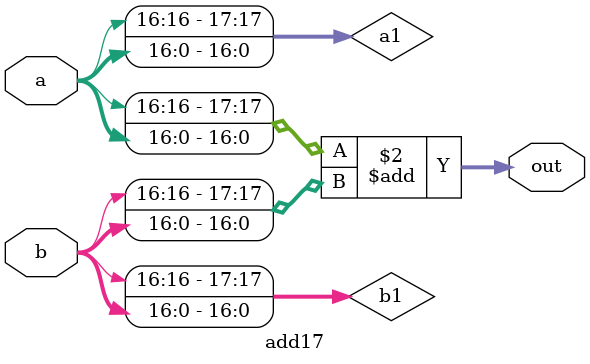
<source format=v>
`timescale 1ns / 1ps


module add17(a,b,out); 
input[16:0] a,b; 
output[17:0] out; 
reg[17:0] out; 
wire[17:0] a1={a[16],a[16:0]}; 
wire[17:0] b1={b[16],b[16:0]}; 
always @(a1 or b1) 
begin 
 out = a1+b1; 
end 
endmodule

</source>
